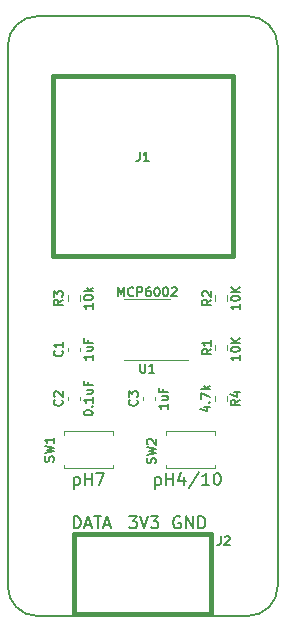
<source format=gbr>
G04 #@! TF.GenerationSoftware,KiCad,Pcbnew,5.1.7-a382d34a8~87~ubuntu18.04.1*
G04 #@! TF.CreationDate,2021-01-18T08:48:31-08:00*
G04 #@! TF.ProjectId,ph_feather_wing,70685f66-6561-4746-9865-725f77696e67,rev?*
G04 #@! TF.SameCoordinates,Original*
G04 #@! TF.FileFunction,Legend,Top*
G04 #@! TF.FilePolarity,Positive*
%FSLAX46Y46*%
G04 Gerber Fmt 4.6, Leading zero omitted, Abs format (unit mm)*
G04 Created by KiCad (PCBNEW 5.1.7-a382d34a8~87~ubuntu18.04.1) date 2021-01-18 08:48:31*
%MOMM*%
%LPD*%
G01*
G04 APERTURE LIST*
%ADD10C,0.203200*%
%ADD11C,0.150000*%
%ADD12C,0.381000*%
%ADD13C,0.120000*%
%ADD14C,0.152400*%
G04 APERTURE END LIST*
D10*
X79362904Y-93218000D02*
X79266142Y-93169619D01*
X79121000Y-93169619D01*
X78975857Y-93218000D01*
X78879095Y-93314761D01*
X78830714Y-93411523D01*
X78782333Y-93605047D01*
X78782333Y-93750190D01*
X78830714Y-93943714D01*
X78879095Y-94040476D01*
X78975857Y-94137238D01*
X79121000Y-94185619D01*
X79217761Y-94185619D01*
X79362904Y-94137238D01*
X79411285Y-94088857D01*
X79411285Y-93750190D01*
X79217761Y-93750190D01*
X79846714Y-94185619D02*
X79846714Y-93169619D01*
X80427285Y-94185619D01*
X80427285Y-93169619D01*
X80911095Y-94185619D02*
X80911095Y-93169619D01*
X81153000Y-93169619D01*
X81298142Y-93218000D01*
X81394904Y-93314761D01*
X81443285Y-93411523D01*
X81491666Y-93605047D01*
X81491666Y-93750190D01*
X81443285Y-93943714D01*
X81394904Y-94040476D01*
X81298142Y-94137238D01*
X81153000Y-94185619D01*
X80911095Y-94185619D01*
X75069095Y-93169619D02*
X75698047Y-93169619D01*
X75359380Y-93556666D01*
X75504523Y-93556666D01*
X75601285Y-93605047D01*
X75649666Y-93653428D01*
X75698047Y-93750190D01*
X75698047Y-93992095D01*
X75649666Y-94088857D01*
X75601285Y-94137238D01*
X75504523Y-94185619D01*
X75214238Y-94185619D01*
X75117476Y-94137238D01*
X75069095Y-94088857D01*
X75988333Y-93169619D02*
X76327000Y-94185619D01*
X76665666Y-93169619D01*
X76907571Y-93169619D02*
X77536523Y-93169619D01*
X77197857Y-93556666D01*
X77343000Y-93556666D01*
X77439761Y-93605047D01*
X77488142Y-93653428D01*
X77536523Y-93750190D01*
X77536523Y-93992095D01*
X77488142Y-94088857D01*
X77439761Y-94137238D01*
X77343000Y-94185619D01*
X77052714Y-94185619D01*
X76955952Y-94137238D01*
X76907571Y-94088857D01*
X70358000Y-94185619D02*
X70358000Y-93169619D01*
X70599904Y-93169619D01*
X70745047Y-93218000D01*
X70841809Y-93314761D01*
X70890190Y-93411523D01*
X70938571Y-93605047D01*
X70938571Y-93750190D01*
X70890190Y-93943714D01*
X70841809Y-94040476D01*
X70745047Y-94137238D01*
X70599904Y-94185619D01*
X70358000Y-94185619D01*
X71325619Y-93895333D02*
X71809428Y-93895333D01*
X71228857Y-94185619D02*
X71567523Y-93169619D01*
X71906190Y-94185619D01*
X72099714Y-93169619D02*
X72680285Y-93169619D01*
X72390000Y-94185619D02*
X72390000Y-93169619D01*
X72970571Y-93895333D02*
X73454380Y-93895333D01*
X72873809Y-94185619D02*
X73212476Y-93169619D01*
X73551142Y-94185619D01*
X77276476Y-89825285D02*
X77276476Y-90841285D01*
X77276476Y-89873666D02*
X77373238Y-89825285D01*
X77566761Y-89825285D01*
X77663523Y-89873666D01*
X77711904Y-89922047D01*
X77760285Y-90018809D01*
X77760285Y-90309095D01*
X77711904Y-90405857D01*
X77663523Y-90454238D01*
X77566761Y-90502619D01*
X77373238Y-90502619D01*
X77276476Y-90454238D01*
X78195714Y-90502619D02*
X78195714Y-89486619D01*
X78195714Y-89970428D02*
X78776285Y-89970428D01*
X78776285Y-90502619D02*
X78776285Y-89486619D01*
X79695523Y-89825285D02*
X79695523Y-90502619D01*
X79453619Y-89438238D02*
X79211714Y-90163952D01*
X79840666Y-90163952D01*
X80953428Y-89438238D02*
X80082571Y-90744523D01*
X81824285Y-90502619D02*
X81243714Y-90502619D01*
X81534000Y-90502619D02*
X81534000Y-89486619D01*
X81437238Y-89631761D01*
X81340476Y-89728523D01*
X81243714Y-89776904D01*
X82453238Y-89486619D02*
X82550000Y-89486619D01*
X82646761Y-89535000D01*
X82695142Y-89583380D01*
X82743523Y-89680142D01*
X82791904Y-89873666D01*
X82791904Y-90115571D01*
X82743523Y-90309095D01*
X82695142Y-90405857D01*
X82646761Y-90454238D01*
X82550000Y-90502619D01*
X82453238Y-90502619D01*
X82356476Y-90454238D01*
X82308095Y-90405857D01*
X82259714Y-90309095D01*
X82211333Y-90115571D01*
X82211333Y-89873666D01*
X82259714Y-89680142D01*
X82308095Y-89583380D01*
X82356476Y-89535000D01*
X82453238Y-89486619D01*
X70394285Y-89825285D02*
X70394285Y-90841285D01*
X70394285Y-89873666D02*
X70491047Y-89825285D01*
X70684571Y-89825285D01*
X70781333Y-89873666D01*
X70829714Y-89922047D01*
X70878095Y-90018809D01*
X70878095Y-90309095D01*
X70829714Y-90405857D01*
X70781333Y-90454238D01*
X70684571Y-90502619D01*
X70491047Y-90502619D01*
X70394285Y-90454238D01*
X71313523Y-90502619D02*
X71313523Y-89486619D01*
X71313523Y-89970428D02*
X71894095Y-89970428D01*
X71894095Y-90502619D02*
X71894095Y-89486619D01*
X72281142Y-89486619D02*
X72958476Y-89486619D01*
X72523047Y-90502619D01*
D11*
X85090000Y-50800000D02*
X67310000Y-50800000D01*
X87630000Y-53340000D02*
X87630000Y-99060000D01*
X85090000Y-101600000D02*
X67310000Y-101600000D01*
X64770000Y-53340000D02*
X64770000Y-99060000D01*
X64770000Y-53340000D02*
G75*
G02*
X67310000Y-50800000I2540000J0D01*
G01*
X85090000Y-50800000D02*
G75*
G02*
X87630000Y-53340000I0J-2540000D01*
G01*
X87630000Y-99060000D02*
G75*
G02*
X85090000Y-101600000I-2540000J0D01*
G01*
X67310000Y-101600000D02*
G75*
G02*
X64770000Y-99060000I0J2540000D01*
G01*
D12*
X68580000Y-71120000D02*
X83820000Y-71120000D01*
X68580000Y-60960000D02*
X68580000Y-55880000D01*
X68580000Y-55880000D02*
X83820000Y-55880000D01*
X83820000Y-55880000D02*
X83820000Y-60960000D01*
X68580000Y-60960000D02*
X68580000Y-71120000D01*
X83820000Y-60960000D02*
X83820000Y-71120000D01*
X70401180Y-94642940D02*
X70401180Y-101445060D01*
X70401180Y-101445060D02*
X81998820Y-101445060D01*
X81998820Y-101445060D02*
X81998820Y-94642940D01*
X81998820Y-94642940D02*
X70401180Y-94642940D01*
D13*
X69848000Y-79147580D02*
X69848000Y-78866420D01*
X70868000Y-79147580D02*
X70868000Y-78866420D01*
X70868000Y-83325580D02*
X70868000Y-83044420D01*
X69848000Y-83325580D02*
X69848000Y-83044420D01*
X76198000Y-83325580D02*
X76198000Y-83044420D01*
X77218000Y-83325580D02*
X77218000Y-83044420D01*
X82281500Y-79104258D02*
X82281500Y-78629742D01*
X83326500Y-79104258D02*
X83326500Y-78629742D01*
X83326500Y-74913258D02*
X83326500Y-74438742D01*
X82281500Y-74913258D02*
X82281500Y-74438742D01*
X70880500Y-74913258D02*
X70880500Y-74438742D01*
X69835500Y-74913258D02*
X69835500Y-74438742D01*
X83326500Y-82947742D02*
X83326500Y-83422258D01*
X82281500Y-82947742D02*
X82281500Y-83422258D01*
X69558000Y-85933000D02*
X73698000Y-85933000D01*
X73698000Y-88773000D02*
X73698000Y-89073000D01*
X73698000Y-89073000D02*
X69558000Y-89073000D01*
X69558000Y-86233000D02*
X69558000Y-85933000D01*
X69558000Y-89073000D02*
X69558000Y-88773000D01*
X73698000Y-85933000D02*
X73698000Y-86233000D01*
X82334000Y-85933000D02*
X82334000Y-86233000D01*
X78194000Y-89073000D02*
X78194000Y-88773000D01*
X78194000Y-86233000D02*
X78194000Y-85933000D01*
X82334000Y-89073000D02*
X78194000Y-89073000D01*
X82334000Y-88773000D02*
X82334000Y-89073000D01*
X78194000Y-85933000D02*
X82334000Y-85933000D01*
X76581000Y-74783000D02*
X74631000Y-74783000D01*
X76581000Y-74783000D02*
X78531000Y-74783000D01*
X76581000Y-79903000D02*
X74631000Y-79903000D01*
X76581000Y-79903000D02*
X80031000Y-79903000D01*
D14*
X75946000Y-62320714D02*
X75946000Y-62865000D01*
X75909714Y-62973857D01*
X75837142Y-63046428D01*
X75728285Y-63082714D01*
X75655714Y-63082714D01*
X76708000Y-63082714D02*
X76272571Y-63082714D01*
X76490285Y-63082714D02*
X76490285Y-62320714D01*
X76417714Y-62429571D01*
X76345142Y-62502142D01*
X76272571Y-62538428D01*
X82804000Y-94832714D02*
X82804000Y-95377000D01*
X82767714Y-95485857D01*
X82695142Y-95558428D01*
X82586285Y-95594714D01*
X82513714Y-95594714D01*
X83130571Y-94905285D02*
X83166857Y-94869000D01*
X83239428Y-94832714D01*
X83420857Y-94832714D01*
X83493428Y-94869000D01*
X83529714Y-94905285D01*
X83566000Y-94977857D01*
X83566000Y-95050428D01*
X83529714Y-95159285D01*
X83094285Y-95594714D01*
X83566000Y-95594714D01*
X69360142Y-79134000D02*
X69396428Y-79170285D01*
X69432714Y-79279142D01*
X69432714Y-79351714D01*
X69396428Y-79460571D01*
X69323857Y-79533142D01*
X69251285Y-79569428D01*
X69106142Y-79605714D01*
X68997285Y-79605714D01*
X68852142Y-79569428D01*
X68779571Y-79533142D01*
X68707000Y-79460571D01*
X68670714Y-79351714D01*
X68670714Y-79279142D01*
X68707000Y-79170285D01*
X68743285Y-79134000D01*
X69432714Y-78408285D02*
X69432714Y-78843714D01*
X69432714Y-78626000D02*
X68670714Y-78626000D01*
X68779571Y-78698571D01*
X68852142Y-78771142D01*
X68888428Y-78843714D01*
X71972714Y-79460571D02*
X71972714Y-79896000D01*
X71972714Y-79678285D02*
X71210714Y-79678285D01*
X71319571Y-79750857D01*
X71392142Y-79823428D01*
X71428428Y-79896000D01*
X71464714Y-78807428D02*
X71972714Y-78807428D01*
X71464714Y-79134000D02*
X71863857Y-79134000D01*
X71936428Y-79097714D01*
X71972714Y-79025142D01*
X71972714Y-78916285D01*
X71936428Y-78843714D01*
X71900142Y-78807428D01*
X71573571Y-78190571D02*
X71573571Y-78444571D01*
X71972714Y-78444571D02*
X71210714Y-78444571D01*
X71210714Y-78081714D01*
X69360142Y-83312000D02*
X69396428Y-83348285D01*
X69432714Y-83457142D01*
X69432714Y-83529714D01*
X69396428Y-83638571D01*
X69323857Y-83711142D01*
X69251285Y-83747428D01*
X69106142Y-83783714D01*
X68997285Y-83783714D01*
X68852142Y-83747428D01*
X68779571Y-83711142D01*
X68707000Y-83638571D01*
X68670714Y-83529714D01*
X68670714Y-83457142D01*
X68707000Y-83348285D01*
X68743285Y-83312000D01*
X68743285Y-83021714D02*
X68707000Y-82985428D01*
X68670714Y-82912857D01*
X68670714Y-82731428D01*
X68707000Y-82658857D01*
X68743285Y-82622571D01*
X68815857Y-82586285D01*
X68888428Y-82586285D01*
X68997285Y-82622571D01*
X69432714Y-83058000D01*
X69432714Y-82586285D01*
X71210714Y-84436857D02*
X71210714Y-84364285D01*
X71247000Y-84291714D01*
X71283285Y-84255428D01*
X71355857Y-84219142D01*
X71501000Y-84182857D01*
X71682428Y-84182857D01*
X71827571Y-84219142D01*
X71900142Y-84255428D01*
X71936428Y-84291714D01*
X71972714Y-84364285D01*
X71972714Y-84436857D01*
X71936428Y-84509428D01*
X71900142Y-84545714D01*
X71827571Y-84582000D01*
X71682428Y-84618285D01*
X71501000Y-84618285D01*
X71355857Y-84582000D01*
X71283285Y-84545714D01*
X71247000Y-84509428D01*
X71210714Y-84436857D01*
X71900142Y-83856285D02*
X71936428Y-83820000D01*
X71972714Y-83856285D01*
X71936428Y-83892571D01*
X71900142Y-83856285D01*
X71972714Y-83856285D01*
X71972714Y-83094285D02*
X71972714Y-83529714D01*
X71972714Y-83312000D02*
X71210714Y-83312000D01*
X71319571Y-83384571D01*
X71392142Y-83457142D01*
X71428428Y-83529714D01*
X71464714Y-82441142D02*
X71972714Y-82441142D01*
X71464714Y-82767714D02*
X71863857Y-82767714D01*
X71936428Y-82731428D01*
X71972714Y-82658857D01*
X71972714Y-82550000D01*
X71936428Y-82477428D01*
X71900142Y-82441142D01*
X71573571Y-81824285D02*
X71573571Y-82078285D01*
X71972714Y-82078285D02*
X71210714Y-82078285D01*
X71210714Y-81715428D01*
X75710142Y-83312000D02*
X75746428Y-83348285D01*
X75782714Y-83457142D01*
X75782714Y-83529714D01*
X75746428Y-83638571D01*
X75673857Y-83711142D01*
X75601285Y-83747428D01*
X75456142Y-83783714D01*
X75347285Y-83783714D01*
X75202142Y-83747428D01*
X75129571Y-83711142D01*
X75057000Y-83638571D01*
X75020714Y-83529714D01*
X75020714Y-83457142D01*
X75057000Y-83348285D01*
X75093285Y-83312000D01*
X75020714Y-83058000D02*
X75020714Y-82586285D01*
X75311000Y-82840285D01*
X75311000Y-82731428D01*
X75347285Y-82658857D01*
X75383571Y-82622571D01*
X75456142Y-82586285D01*
X75637571Y-82586285D01*
X75710142Y-82622571D01*
X75746428Y-82658857D01*
X75782714Y-82731428D01*
X75782714Y-82949142D01*
X75746428Y-83021714D01*
X75710142Y-83058000D01*
X78322714Y-83638571D02*
X78322714Y-84074000D01*
X78322714Y-83856285D02*
X77560714Y-83856285D01*
X77669571Y-83928857D01*
X77742142Y-84001428D01*
X77778428Y-84074000D01*
X77814714Y-82985428D02*
X78322714Y-82985428D01*
X77814714Y-83312000D02*
X78213857Y-83312000D01*
X78286428Y-83275714D01*
X78322714Y-83203142D01*
X78322714Y-83094285D01*
X78286428Y-83021714D01*
X78250142Y-82985428D01*
X77923571Y-82368571D02*
X77923571Y-82622571D01*
X78322714Y-82622571D02*
X77560714Y-82622571D01*
X77560714Y-82259714D01*
X82005714Y-78994000D02*
X81642857Y-79248000D01*
X82005714Y-79429428D02*
X81243714Y-79429428D01*
X81243714Y-79139142D01*
X81280000Y-79066571D01*
X81316285Y-79030285D01*
X81388857Y-78994000D01*
X81497714Y-78994000D01*
X81570285Y-79030285D01*
X81606571Y-79066571D01*
X81642857Y-79139142D01*
X81642857Y-79429428D01*
X82005714Y-78268285D02*
X82005714Y-78703714D01*
X82005714Y-78486000D02*
X81243714Y-78486000D01*
X81352571Y-78558571D01*
X81425142Y-78631142D01*
X81461428Y-78703714D01*
X84418714Y-79520142D02*
X84418714Y-79955571D01*
X84418714Y-79737857D02*
X83656714Y-79737857D01*
X83765571Y-79810428D01*
X83838142Y-79883000D01*
X83874428Y-79955571D01*
X83656714Y-79048428D02*
X83656714Y-78975857D01*
X83693000Y-78903285D01*
X83729285Y-78867000D01*
X83801857Y-78830714D01*
X83947000Y-78794428D01*
X84128428Y-78794428D01*
X84273571Y-78830714D01*
X84346142Y-78867000D01*
X84382428Y-78903285D01*
X84418714Y-78975857D01*
X84418714Y-79048428D01*
X84382428Y-79121000D01*
X84346142Y-79157285D01*
X84273571Y-79193571D01*
X84128428Y-79229857D01*
X83947000Y-79229857D01*
X83801857Y-79193571D01*
X83729285Y-79157285D01*
X83693000Y-79121000D01*
X83656714Y-79048428D01*
X84418714Y-78467857D02*
X83656714Y-78467857D01*
X84418714Y-78032428D02*
X83983285Y-78359000D01*
X83656714Y-78032428D02*
X84092142Y-78467857D01*
X82005714Y-74803000D02*
X81642857Y-75057000D01*
X82005714Y-75238428D02*
X81243714Y-75238428D01*
X81243714Y-74948142D01*
X81280000Y-74875571D01*
X81316285Y-74839285D01*
X81388857Y-74803000D01*
X81497714Y-74803000D01*
X81570285Y-74839285D01*
X81606571Y-74875571D01*
X81642857Y-74948142D01*
X81642857Y-75238428D01*
X81316285Y-74512714D02*
X81280000Y-74476428D01*
X81243714Y-74403857D01*
X81243714Y-74222428D01*
X81280000Y-74149857D01*
X81316285Y-74113571D01*
X81388857Y-74077285D01*
X81461428Y-74077285D01*
X81570285Y-74113571D01*
X82005714Y-74549000D01*
X82005714Y-74077285D01*
X84418714Y-75202142D02*
X84418714Y-75637571D01*
X84418714Y-75419857D02*
X83656714Y-75419857D01*
X83765571Y-75492428D01*
X83838142Y-75565000D01*
X83874428Y-75637571D01*
X83656714Y-74730428D02*
X83656714Y-74657857D01*
X83693000Y-74585285D01*
X83729285Y-74549000D01*
X83801857Y-74512714D01*
X83947000Y-74476428D01*
X84128428Y-74476428D01*
X84273571Y-74512714D01*
X84346142Y-74549000D01*
X84382428Y-74585285D01*
X84418714Y-74657857D01*
X84418714Y-74730428D01*
X84382428Y-74803000D01*
X84346142Y-74839285D01*
X84273571Y-74875571D01*
X84128428Y-74911857D01*
X83947000Y-74911857D01*
X83801857Y-74875571D01*
X83729285Y-74839285D01*
X83693000Y-74803000D01*
X83656714Y-74730428D01*
X84418714Y-74149857D02*
X83656714Y-74149857D01*
X84418714Y-73714428D02*
X83983285Y-74041000D01*
X83656714Y-73714428D02*
X84092142Y-74149857D01*
X69432714Y-74803000D02*
X69069857Y-75057000D01*
X69432714Y-75238428D02*
X68670714Y-75238428D01*
X68670714Y-74948142D01*
X68707000Y-74875571D01*
X68743285Y-74839285D01*
X68815857Y-74803000D01*
X68924714Y-74803000D01*
X68997285Y-74839285D01*
X69033571Y-74875571D01*
X69069857Y-74948142D01*
X69069857Y-75238428D01*
X68670714Y-74549000D02*
X68670714Y-74077285D01*
X68961000Y-74331285D01*
X68961000Y-74222428D01*
X68997285Y-74149857D01*
X69033571Y-74113571D01*
X69106142Y-74077285D01*
X69287571Y-74077285D01*
X69360142Y-74113571D01*
X69396428Y-74149857D01*
X69432714Y-74222428D01*
X69432714Y-74440142D01*
X69396428Y-74512714D01*
X69360142Y-74549000D01*
X71972714Y-75129571D02*
X71972714Y-75565000D01*
X71972714Y-75347285D02*
X71210714Y-75347285D01*
X71319571Y-75419857D01*
X71392142Y-75492428D01*
X71428428Y-75565000D01*
X71210714Y-74657857D02*
X71210714Y-74585285D01*
X71247000Y-74512714D01*
X71283285Y-74476428D01*
X71355857Y-74440142D01*
X71501000Y-74403857D01*
X71682428Y-74403857D01*
X71827571Y-74440142D01*
X71900142Y-74476428D01*
X71936428Y-74512714D01*
X71972714Y-74585285D01*
X71972714Y-74657857D01*
X71936428Y-74730428D01*
X71900142Y-74766714D01*
X71827571Y-74803000D01*
X71682428Y-74839285D01*
X71501000Y-74839285D01*
X71355857Y-74803000D01*
X71283285Y-74766714D01*
X71247000Y-74730428D01*
X71210714Y-74657857D01*
X71972714Y-74077285D02*
X71210714Y-74077285D01*
X71682428Y-74004714D02*
X71972714Y-73787000D01*
X71464714Y-73787000D02*
X71755000Y-74077285D01*
X84418714Y-83312000D02*
X84055857Y-83566000D01*
X84418714Y-83747428D02*
X83656714Y-83747428D01*
X83656714Y-83457142D01*
X83693000Y-83384571D01*
X83729285Y-83348285D01*
X83801857Y-83312000D01*
X83910714Y-83312000D01*
X83983285Y-83348285D01*
X84019571Y-83384571D01*
X84055857Y-83457142D01*
X84055857Y-83747428D01*
X83910714Y-82658857D02*
X84418714Y-82658857D01*
X83620428Y-82840285D02*
X84164714Y-83021714D01*
X84164714Y-82550000D01*
X81370714Y-83892571D02*
X81878714Y-83892571D01*
X81080428Y-84074000D02*
X81624714Y-84255428D01*
X81624714Y-83783714D01*
X81806142Y-83493428D02*
X81842428Y-83457142D01*
X81878714Y-83493428D01*
X81842428Y-83529714D01*
X81806142Y-83493428D01*
X81878714Y-83493428D01*
X81116714Y-83203142D02*
X81116714Y-82695142D01*
X81878714Y-83021714D01*
X81878714Y-82404857D02*
X81116714Y-82404857D01*
X81588428Y-82332285D02*
X81878714Y-82114571D01*
X81370714Y-82114571D02*
X81661000Y-82404857D01*
X68634428Y-88519000D02*
X68670714Y-88410142D01*
X68670714Y-88228714D01*
X68634428Y-88156142D01*
X68598142Y-88119857D01*
X68525571Y-88083571D01*
X68453000Y-88083571D01*
X68380428Y-88119857D01*
X68344142Y-88156142D01*
X68307857Y-88228714D01*
X68271571Y-88373857D01*
X68235285Y-88446428D01*
X68199000Y-88482714D01*
X68126428Y-88519000D01*
X68053857Y-88519000D01*
X67981285Y-88482714D01*
X67945000Y-88446428D01*
X67908714Y-88373857D01*
X67908714Y-88192428D01*
X67945000Y-88083571D01*
X67908714Y-87829571D02*
X68670714Y-87648142D01*
X68126428Y-87503000D01*
X68670714Y-87357857D01*
X67908714Y-87176428D01*
X68670714Y-86487000D02*
X68670714Y-86922428D01*
X68670714Y-86704714D02*
X67908714Y-86704714D01*
X68017571Y-86777285D01*
X68090142Y-86849857D01*
X68126428Y-86922428D01*
X77270428Y-88646000D02*
X77306714Y-88537142D01*
X77306714Y-88355714D01*
X77270428Y-88283142D01*
X77234142Y-88246857D01*
X77161571Y-88210571D01*
X77089000Y-88210571D01*
X77016428Y-88246857D01*
X76980142Y-88283142D01*
X76943857Y-88355714D01*
X76907571Y-88500857D01*
X76871285Y-88573428D01*
X76835000Y-88609714D01*
X76762428Y-88646000D01*
X76689857Y-88646000D01*
X76617285Y-88609714D01*
X76581000Y-88573428D01*
X76544714Y-88500857D01*
X76544714Y-88319428D01*
X76581000Y-88210571D01*
X76544714Y-87956571D02*
X77306714Y-87775142D01*
X76762428Y-87630000D01*
X77306714Y-87484857D01*
X76544714Y-87303428D01*
X76617285Y-87049428D02*
X76581000Y-87013142D01*
X76544714Y-86940571D01*
X76544714Y-86759142D01*
X76581000Y-86686571D01*
X76617285Y-86650285D01*
X76689857Y-86614000D01*
X76762428Y-86614000D01*
X76871285Y-86650285D01*
X77306714Y-87085714D01*
X77306714Y-86614000D01*
X76000428Y-80227714D02*
X76000428Y-80844571D01*
X76036714Y-80917142D01*
X76073000Y-80953428D01*
X76145571Y-80989714D01*
X76290714Y-80989714D01*
X76363285Y-80953428D01*
X76399571Y-80917142D01*
X76435857Y-80844571D01*
X76435857Y-80227714D01*
X77197857Y-80989714D02*
X76762428Y-80989714D01*
X76980142Y-80989714D02*
X76980142Y-80227714D01*
X76907571Y-80336571D01*
X76835000Y-80409142D01*
X76762428Y-80445428D01*
X74113571Y-74512714D02*
X74113571Y-73750714D01*
X74367571Y-74295000D01*
X74621571Y-73750714D01*
X74621571Y-74512714D01*
X75419857Y-74440142D02*
X75383571Y-74476428D01*
X75274714Y-74512714D01*
X75202142Y-74512714D01*
X75093285Y-74476428D01*
X75020714Y-74403857D01*
X74984428Y-74331285D01*
X74948142Y-74186142D01*
X74948142Y-74077285D01*
X74984428Y-73932142D01*
X75020714Y-73859571D01*
X75093285Y-73787000D01*
X75202142Y-73750714D01*
X75274714Y-73750714D01*
X75383571Y-73787000D01*
X75419857Y-73823285D01*
X75746428Y-74512714D02*
X75746428Y-73750714D01*
X76036714Y-73750714D01*
X76109285Y-73787000D01*
X76145571Y-73823285D01*
X76181857Y-73895857D01*
X76181857Y-74004714D01*
X76145571Y-74077285D01*
X76109285Y-74113571D01*
X76036714Y-74149857D01*
X75746428Y-74149857D01*
X76835000Y-73750714D02*
X76689857Y-73750714D01*
X76617285Y-73787000D01*
X76581000Y-73823285D01*
X76508428Y-73932142D01*
X76472142Y-74077285D01*
X76472142Y-74367571D01*
X76508428Y-74440142D01*
X76544714Y-74476428D01*
X76617285Y-74512714D01*
X76762428Y-74512714D01*
X76835000Y-74476428D01*
X76871285Y-74440142D01*
X76907571Y-74367571D01*
X76907571Y-74186142D01*
X76871285Y-74113571D01*
X76835000Y-74077285D01*
X76762428Y-74041000D01*
X76617285Y-74041000D01*
X76544714Y-74077285D01*
X76508428Y-74113571D01*
X76472142Y-74186142D01*
X77379285Y-73750714D02*
X77451857Y-73750714D01*
X77524428Y-73787000D01*
X77560714Y-73823285D01*
X77597000Y-73895857D01*
X77633285Y-74041000D01*
X77633285Y-74222428D01*
X77597000Y-74367571D01*
X77560714Y-74440142D01*
X77524428Y-74476428D01*
X77451857Y-74512714D01*
X77379285Y-74512714D01*
X77306714Y-74476428D01*
X77270428Y-74440142D01*
X77234142Y-74367571D01*
X77197857Y-74222428D01*
X77197857Y-74041000D01*
X77234142Y-73895857D01*
X77270428Y-73823285D01*
X77306714Y-73787000D01*
X77379285Y-73750714D01*
X78105000Y-73750714D02*
X78177571Y-73750714D01*
X78250142Y-73787000D01*
X78286428Y-73823285D01*
X78322714Y-73895857D01*
X78359000Y-74041000D01*
X78359000Y-74222428D01*
X78322714Y-74367571D01*
X78286428Y-74440142D01*
X78250142Y-74476428D01*
X78177571Y-74512714D01*
X78105000Y-74512714D01*
X78032428Y-74476428D01*
X77996142Y-74440142D01*
X77959857Y-74367571D01*
X77923571Y-74222428D01*
X77923571Y-74041000D01*
X77959857Y-73895857D01*
X77996142Y-73823285D01*
X78032428Y-73787000D01*
X78105000Y-73750714D01*
X78649285Y-73823285D02*
X78685571Y-73787000D01*
X78758142Y-73750714D01*
X78939571Y-73750714D01*
X79012142Y-73787000D01*
X79048428Y-73823285D01*
X79084714Y-73895857D01*
X79084714Y-73968428D01*
X79048428Y-74077285D01*
X78613000Y-74512714D01*
X79084714Y-74512714D01*
M02*

</source>
